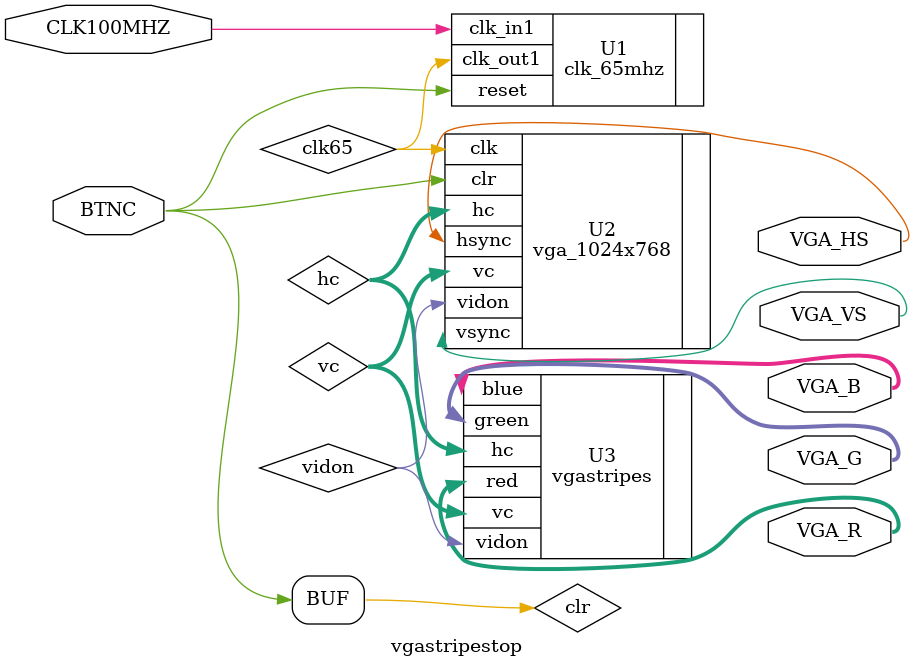
<source format=v>
`timescale 1ns / 1ps


module vgastripestop(
input wire CLK100MHZ,
    input wire BTNC,
    output wire VGA_HS, VGA_VS,
    output wire [3:0] VGA_R, VGA_G,
    output wire [3:0] VGA_B
    );
    
    wire clk65, clr, vidon;
    wire [10:0] hc, vc;
    
    assign clr = BTNC;
    
    clk_65mhz U1 (.clk_in1(CLK100MHZ), .reset(clr), .clk_out1(clk65));
    vga_1024x768 U2 (.clk(clk65), .clr(clr), .hsync(VGA_HS), .vsync(VGA_VS), .hc(hc), .vc(vc), .vidon(vidon));
    vgastripes U3 (.vidon(vidon), .hc(hc), .vc(vc), .red(VGA_R), .green(VGA_G), .blue(VGA_B));
   
endmodule

</source>
